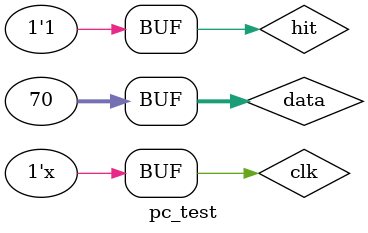
<source format=v>
`timescale 1ns / 1ps

module pc_test;

	// Inputs
	reg clk;
	reg hit;
	reg [31:0] data;

	// Outputs
	wire [31:0] result;

	// Instantiate the Unit Under Test (UUT)
	pc uut (
		.clk(clk), 
		.hit(hit), 
		.data(data), 
		.result(result)
	);
	initial begin
		// Initialize Inputs
		clk = 0;
		hit = 0;
		data = 0;
	end
	always #10 clk = ~clk;
	
	initial begin
		// Wait 100 ns for global reset to finish
		#100;
        
		// Add stimulus here
		data = 40;
		#15;
		hit = 1;
		data = 70;

	end
      
endmodule


</source>
